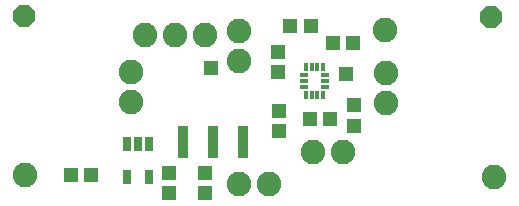
<source format=gts>
G75*
%MOIN*%
%OFA0B0*%
%FSLAX25Y25*%
%IPPOS*%
%LPD*%
%AMOC8*
5,1,8,0,0,1.08239X$1,22.5*
%
%ADD10R,0.05131X0.04737*%
%ADD11R,0.04737X0.05131*%
%ADD12R,0.02965X0.05131*%
%ADD13C,0.08200*%
%ADD14OC8,0.07100*%
%ADD15R,0.03300X0.10800*%
%ADD16R,0.01784X0.02572*%
%ADD17R,0.02572X0.01784*%
%ADD18R,0.05162X0.05162*%
D10*
X0035441Y0018187D03*
X0042134Y0018187D03*
X0115159Y0036887D03*
X0121851Y0036887D03*
X0122759Y0062087D03*
X0129451Y0062087D03*
X0115385Y0067787D03*
X0108692Y0067787D03*
D11*
X0104605Y0059134D03*
X0104605Y0052441D03*
X0130005Y0041434D03*
X0130005Y0034741D03*
X0104905Y0032841D03*
X0104905Y0039534D03*
X0080115Y0018904D03*
X0068272Y0018808D03*
X0068272Y0012116D03*
X0080115Y0012211D03*
D12*
X0061650Y0017660D03*
X0054170Y0017660D03*
X0054170Y0028683D03*
X0057910Y0028683D03*
X0061650Y0028683D03*
D13*
X0020099Y0018348D03*
X0055669Y0042502D03*
X0055669Y0052502D03*
X0060222Y0065000D03*
X0070222Y0065000D03*
X0080222Y0065000D03*
X0091549Y0066100D03*
X0091549Y0056100D03*
X0140528Y0052180D03*
X0140528Y0042180D03*
X0126305Y0025987D03*
X0116305Y0025987D03*
X0101594Y0015200D03*
X0091594Y0015200D03*
X0176596Y0017560D03*
X0140088Y0066508D03*
D14*
X0175573Y0071007D03*
X0019949Y0071104D03*
D15*
X0072905Y0029087D03*
X0082905Y0029087D03*
X0092905Y0029087D03*
D16*
X0113752Y0044961D03*
X0115721Y0044961D03*
X0117689Y0044961D03*
X0119658Y0044961D03*
X0119658Y0054213D03*
X0117689Y0054213D03*
X0115721Y0054213D03*
X0113752Y0054213D03*
D17*
X0113063Y0051556D03*
X0113063Y0049587D03*
X0113063Y0047619D03*
X0120347Y0047619D03*
X0120347Y0049587D03*
X0120347Y0051556D03*
D18*
X0127105Y0051787D03*
X0082205Y0053987D03*
M02*

</source>
